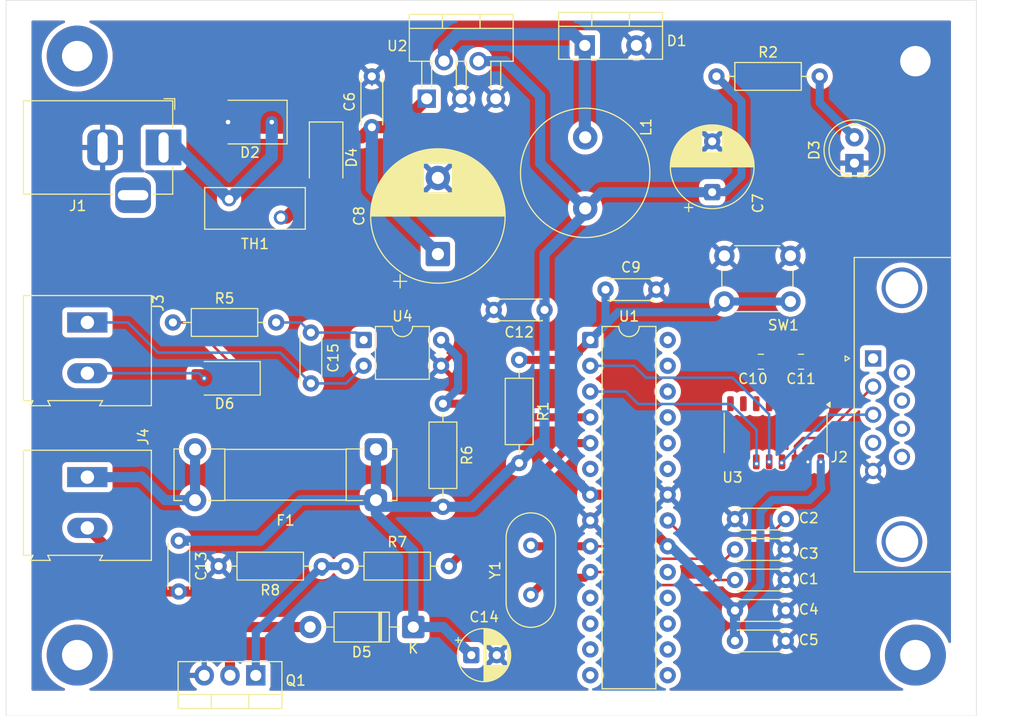
<source format=kicad_pcb>
(kicad_pcb (version 20241229) (generator "pcbnew") (generator_version "9.0")
  (layers (0 "F.Cu" signal) (2 "B.Cu" signal) (13 "F.Paste" user) (15 "B.Paste" user) (5 "F.SilkS" user "F.Silkscreen") (7 "B.SilkS" user "B.Silkscreen") (1 "F.Mask" user) (3 "B.Mask" user) (25 "Edge.Cuts" user))
  (net 0 "")
  (net 1 "Earth")
  (net 2 "Net-(U1-XTAL2{slash}PB7)")
  (net 3 "Net-(U1-AREF)")
  (net 4 "Net-(U1-XTAL1{slash}PB6)")
  (net 5 "+5V")
  (net 6 "Net-(D4-K)")
  (net 7 "Net-(U1-~{RESET}{slash}PC6)")
  (net 8 "Net-(U3-C2-)")
  (net 9 "Net-(U3-C2+)")
  (net 10 "Net-(U3-C1-)")
  (net 11 "Net-(U3-C1+)")
  (net 12 "Net-(D5-A)")
  (net 13 "Net-(C15-Pad1)")
  (net 14 "Net-(J3-Pin_1)")
  (net 15 "Net-(D1-K)")
  (net 16 "Net-(D2-K)")
  (net 17 "Net-(D3-A)")
  (net 18 "Net-(D4-A)")
  (net 19 "Net-(D6-K)")
  (net 20 "Net-(D6-A)")
  (net 21 "Net-(J4-Pin_1)")
  (net 24 "Net-(U3-R1IN)")
  (net 26 "Net-(U3-T1OUT)")
  (net 30 "Net-(Q1-G)")
  (net 31 "/trig_in")
  (net 32 "/motor_out")
  (net 47 "Net-(U1-PD0)")
  (net 50 "Net-(U1-PD1)")
  (footprint "Package_SO:JEITA_SOIC-16_3.9x9.9mm_P1.27mm" (layer "F.Cu") (at 154.2412 61.102 -90)
    (property "Reference" "U3" (at 4.398 4.2412 180) (layer "F.SilkS"))
    (property "Value" "MAX3232")
    (pad "1" smd roundrect (at -2.8625 -4.445 270) (size 1.475 0.65) (layers "F.Cu" "F.Mask" "F.Paste") (net 11 "Net-(U3-C1+)"))
    (pad "2" smd roundrect (at -2.8625 -3.175 270) (size 1.475 0.65) (layers "F.Cu" "F.Mask" "F.Paste"))
    (pad "3" smd roundrect (at -2.8625 -1.905 270) (size 1.475 0.65) (layers "F.Cu" "F.Mask" "F.Paste") (net 10 "Net-(U3-C1-)"))
    (pad "4" smd roundrect (at -2.8625 -0.635 270) (size 1.475 0.65) (layers "F.Cu" "F.Mask" "F.Paste") (net 9 "Net-(U3-C2+)"))
    (pad "5" smd roundrect (at -2.8625 0.635 270) (size 1.475 0.65) (layers "F.Cu" "F.Mask" "F.Paste") (net 8 "Net-(U3-C2-)"))
    (pad "6" smd roundrect (at -2.8625 1.905 270) (size 1.475 0.65) (layers "F.Cu" "F.Mask" "F.Paste"))
    (pad "7" smd roundrect (at -2.8625 3.175 270) (size 1.475 0.65) (layers "F.Cu" "F.Mask" "F.Paste"))
    (pad "8" smd roundrect (at -2.8625 4.445 270) (size 1.475 0.65) (layers "F.Cu" "F.Mask" "F.Paste"))
    (pad "9" smd roundrect (at 2.8625 4.445 270) (size 1.475 0.65) (layers "F.Cu" "F.Mask" "F.Paste"))
    (pad "10" smd roundrect (at 2.8625 3.175 270) (size 1.475 0.65) (layers "F.Cu" "F.Mask" "F.Paste"))
    (pad "11" smd roundrect (at 2.8625 1.905 270) (size 1.475 0.65) (layers "F.Cu" "F.Mask" "F.Paste") (net 50 "Net-(U1-PD1)"))
    (pad "12" smd roundrect (at 2.8625 0.635 270) (size 1.475 0.65) (layers "F.Cu" "F.Mask" "F.Paste") (net 47 "Net-(U1-PD0)"))
    (pad "13" smd roundrect (at 2.8625 -0.635 270) (size 1.475 0.65) (layers "F.Cu" "F.Mask" "F.Paste") (net 24 "Net-(U3-R1IN)"))
    (pad "14" smd roundrect (at 2.8625 -1.905 270) (size 1.475 0.65) (layers "F.Cu" "F.Mask" "F.Paste") (net 26 "Net-(U3-T1OUT)"))
    (pad "15" smd roundrect (at 2.8625 -3.175 270) (size 1.475 0.65) (layers "F.Cu" "F.Mask" "F.Paste") (net 1 "Earth"))
    (pad "16" smd roundrect (at 2.8625 -4.445 270) (size 1.475 0.65) (layers "F.Cu" "F.Mask" "F.Paste") (net 5 "+5V"))
  )
  (footprint "Connector_BarrelJack:BarrelJack_Horizontal" (layer "F.Cu") (at 94 33)
    (property "Reference" "J1" (at -8.45 5.75 0) (layer "F.SilkS"))
    (property "Value" "Jack-DC")
    (pad "1" thru_hole rect (at 0 0) (size 3.5 3.5) (drill oval 1 3) (layers "*.Cu" "*.Mask") (net 16 "Net-(D2-K)"))
    (pad "2" thru_hole roundrect (at -6 0) (size 3 3.5) (drill oval 1 3) (layers "*.Cu" "*.Mask") (net 1 "Earth"))
    (pad "3" thru_hole roundrect (at -3 4.7) (size 3.5 3.5) (drill oval 3 1) (layers "*.Cu" "*.Mask"))
  )
  (footprint "Package_TO_SOT_THT:TO-220-2_Vertical" (layer "F.Cu") (at 135.46 22.95)
    (property "Reference" "D1" (at 9.04 -0.45 0) (layer "F.SilkS"))
    (property "Value" "1n5824")
    (pad "1" thru_hole rect (at 0 0) (size 2 2) (drill 1.1) (layers "*.Cu" "*.Mask") (net 15 "Net-(D1-K)"))
    (pad "2" thru_hole circle (at 5.08 0) (size 2 2) (drill 1.1) (layers "*.Cu" "*.Mask") (net 1 "Earth"))
  )
  (footprint "Resistor_THT:R_Axial_DIN0207_L6.3mm_D2.5mm_P10.16mm_Horizontal" (layer "F.Cu") (at 94.92 50.235)
    (property "Reference" "R5" (at 5.08 -2.37 0) (layer "F.SilkS"))
    (property "Value" "4k7")
    (pad "1" thru_hole circle (at 0 0) (size 1.6 1.6) (drill 0.8) (layers "*.Cu" "*.Mask") (net 19 "Net-(D6-K)"))
    (pad "2" thru_hole circle (at 10.16 0) (size 1.6 1.6) (drill 0.8) (layers "*.Cu" "*.Mask") (net 13 "Net-(C15-Pad1)"))
  )
  (footprint "Capacitor_SMD:C_0805_2012Metric" (layer "F.Cu") (at 156.7412 54.102 180)
    (property "Reference" "C11" (at 0 -1.68 0) (layer "F.SilkS"))
    (property "Value" "1uF/10V")
    (pad "1" smd roundrect (at -0.95 0 180) (size 1 1.45) (layers "F.Cu" "F.Mask" "F.Paste") (net 11 "Net-(U3-C1+)"))
    (pad "2" smd roundrect (at 0.95 0 180) (size 1 1.45) (layers "F.Cu" "F.Mask" "F.Paste") (net 10 "Net-(U3-C1-)"))
  )
  (footprint "Package_DIP:DIP-4_W7.62mm" (layer "F.Cu") (at 113.695 51.96)
    (property "Reference" "U4" (at 3.81 -2.33 0) (layer "F.SilkS"))
    (property "Value" "PC817")
    (pad "1" thru_hole roundrect (at 0 0) (size 1.6 1.6) (drill 0.8) (layers "*.Cu" "*.Mask") (roundrect_rratio 0.15625) (net 13 "Net-(C15-Pad1)"))
    (pad "2" thru_hole circle (at 0 2.54) (size 1.6 1.6) (drill 0.8) (layers "*.Cu" "*.Mask") (net 14 "Net-(J3-Pin_1)"))
    (pad "3" thru_hole circle (at 7.62 2.54) (size 1.6 1.6) (drill 0.8) (layers "*.Cu" "*.Mask") (net 1 "Earth"))
    (pad "4" thru_hole circle (at 7.62 0) (size 1.6 1.6) (drill 0.8) (layers "*.Cu" "*.Mask") (net 31 "/trig_in"))
  )
  (footprint "Capacitor_THT:C_Disc_D4.3mm_W1.9mm_P5.00mm" (layer "F.Cu") (at 150.2412 72.602)
    (property "Reference" "C3" (at 7.2588 0.398 0) (layer "F.SilkS"))
    (property "Value" "22pF")
    (pad "1" thru_hole circle (at 0 0) (size 1.6 1.6) (drill 0.8) (layers "*.Cu" "*.Mask") (net 4 "Net-(U1-XTAL1{slash}PB6)"))
    (pad "2" thru_hole circle (at 5 0) (size 1.6 1.6) (drill 0.8) (layers "*.Cu" "*.Mask") (net 1 "Earth"))
  )
  (footprint "Resistor_THT:R_Axial_DIN0207_L6.3mm_D2.5mm_P10.16mm_Horizontal" (layer "F.Cu") (at 121.5 58.235 -90)
    (property "Reference" "R6" (at 5.08 -2.37 90) (layer "F.SilkS"))
    (property "Value" "10k")
    (pad "1" thru_hole circle (at 0 0 270) (size 1.6 1.6) (drill 0.8) (layers "*.Cu" "*.Mask") (net 31 "/trig_in"))
    (pad "2" thru_hole circle (at 10.16 0 270) (size 1.6 1.6) (drill 0.8) (layers "*.Cu" "*.Mask") (net 5 "+5V"))
  )
  (footprint "Capacitor_THT:C_Disc_D4.3mm_W1.9mm_P5.00mm" (layer "F.Cu") (at 95.5 71.735 -90)
    (property "Reference" "C13" (at 2.5 -2.2 90) (layer "F.SilkS"))
    (property "Value" "100nF")
    (pad "1" thru_hole circle (at 0 0 270) (size 1.6 1.6) (drill 0.8) (layers "*.Cu" "*.Mask") (net 5 "+5V"))
    (pad "2" thru_hole circle (at 5 0 270) (size 1.6 1.6) (drill 0.8) (layers "*.Cu" "*.Mask") (net 12 "Net-(D5-A)"))
  )
  (footprint "Capacitor_SMD:C_0805_2012Metric" (layer "F.Cu") (at 152.7912 54.102 180)
    (property "Reference" "C10" (at 0.7912 -1.68 0) (layer "F.SilkS"))
    (property "Value" "1uF/10V")
    (pad "1" smd roundrect (at -0.95 0 180) (size 1 1.45) (layers "F.Cu" "F.Mask" "F.Paste") (net 9 "Net-(U3-C2+)"))
    (pad "2" smd roundrect (at 0.95 0 180) (size 1 1.45) (layers "F.Cu" "F.Mask" "F.Paste") (net 8 "Net-(U3-C2-)"))
  )
  (footprint "Capacitor_THT:C_Disc_D4.3mm_W1.9mm_P5.00mm" (layer "F.Cu") (at 150.2412 78.602)
    (property "Reference" "C4" (at 7.2588 -0.102 0) (layer "F.SilkS"))
    (property "Value" "100nF")
    (pad "1" thru_hole circle (at 0 0) (size 1.6 1.6) (drill 0.8) (layers "*.Cu" "*.Mask") (net 5 "+5V"))
    (pad "2" thru_hole circle (at 5 0) (size 1.6 1.6) (drill 0.8) (layers "*.Cu" "*.Mask") (net 1 "Earth"))
  )
  (footprint "TerminalBlock:TerminalBlock_Altech_AK300-2_P5.00mm" (layer "F.Cu") (at 86.5 50.235 -90)
    (property "Reference" "J3" (at -1.92 -6.99 90) (layer "F.SilkS"))
    (property "Value" "Screw_Terminal_01x02")
    (pad "1" thru_hole rect (at 0 0 270) (size 1.98 3.96) (drill 1.32) (layers "*.Cu" "*.Mask") (net 14 "Net-(J3-Pin_1)"))
    (pad "2" thru_hole oval (at 5 0 270) (size 1.98 3.96) (drill 1.32) (layers "*.Cu" "*.Mask") (net 20 "Net-(D6-A)"))
  )
  (footprint "Capacitor_THT:C_Disc_D4.3mm_W1.9mm_P5.00mm" (layer "F.Cu") (at 150.2412 81.602)
    (property "Reference" "C5" (at 7.2588 -0.102 0) (layer "F.SilkS"))
    (property "Value" "100nF" (hide yes))
    (pad "1" thru_hole circle (at 0 0) (size 1.6 1.6) (drill 0.8) (layers "*.Cu" "*.Mask") (net 5 "+5V"))
    (pad "2" thru_hole circle (at 5 0) (size 1.6 1.6) (drill 0.8) (layers "*.Cu" "*.Mask") (net 1 "Earth"))
  )
  (footprint "Capacitor_THT:C_Disc_D4.3mm_W1.9mm_P5.00mm" (layer "F.Cu") (at 131.5 49 180)
    (property "Reference" "C12" (at 2.5 -2.2 0) (layer "F.SilkS"))
    (property "Value" "100nF")
    (pad "1" thru_hole circle (at 0 0 180) (size 1.6 1.6) (drill 0.8) (layers "*.Cu" "*.Mask") (net 5 "+5V"))
    (pad "2" thru_hole circle (at 5 0 180) (size 1.6 1.6) (drill 0.8) (layers "*.Cu" "*.Mask") (net 1 "Earth"))
  )
  (footprint "Resistor_THT:R_Axial_DIN0207_L6.3mm_D2.5mm_P10.16mm_Horizontal" (layer "F.Cu") (at 111.92 74.235)
    (property "Reference" "R7" (at 5.08 -2.37 0) (layer "F.SilkS"))
    (property "Value" "100")
    (pad "1" thru_hole circle (at 0 0) (size 1.6 1.6) (drill 0.8) (layers "*.Cu" "*.Mask") (net 30 "Net-(Q1-G)"))
    (pad "2" thru_hole circle (at 10.16 0) (size 1.6 1.6) (drill 0.8) (layers "*.Cu" "*.Mask") (net 32 "/motor_out"))
  )
  (footprint "Connector_Dsub:DSUB-9_Socket_Horizontal_P2.77x2.84mm_EdgePinOffset4.94mm_Housed_MountingHolesOffset4.94mm" (layer "F.Cu") (at 163.8364 53.7808 90)
    (property "Reference" "J2" (at -9.7192 -3.3364 0) (layer "F.SilkS"))
    (property "Value" "DE9_Socket")
    (pad "0" thru_hole circle (at -18.04 2.84 90) (size 4 4) (drill 3.2) (layers "*.Cu" "*.Mask"))
    (pad "0" thru_hole circle (at 6.96 2.84 90) (size 4 4) (drill 3.2) (layers "*.Cu" "*.Mask"))
    (pad "1" thru_hole rect (at 0 0 90) (size 1.6 1.6) (drill 1) (layers "*.Cu" "*.Mask"))
    (pad "2" thru_hole circle (at -2.77 0 90) (size 1.6 1.6) (drill 1) (layers "*.Cu" "*.Mask") (net 26 "Net-(U3-T1OUT)"))
    (pad "3" thru_hole circle (at -5.54 0 90) (size 1.6 1.6) (drill 1) (layers "*.Cu" "*.Mask") (net 24 "Net-(U3-R1IN)"))
    (pad "4" thru_hole circle (at -8.31 0 90) (size 1.6 1.6) (drill 1) (layers "*.Cu" "*.Mask"))
    (pad "5" thru_hole circle (at -11.08 0 90) (size 1.6 1.6) (drill 1) (layers "*.Cu" "*.Mask") (net 1 "Earth"))
    (pad "6" thru_hole circle (at -1.385 2.84 90) (size 1.6 1.6) (drill 1) (layers "*.Cu" "*.Mask"))
    (pad "7" thru_hole circle (at -4.155 2.84 90) (size 1.6 1.6) (drill 1) (layers "*.Cu" "*.Mask"))
    (pad "8" thru_hole circle (at -6.925 2.84 90) (size 1.6 1.6) (drill 1) (layers "*.Cu" "*.Mask"))
    (pad "9" thru_hole circle (at -9.695 2.84 90) (size 1.6 1.6) (drill 1) (layers "*.Cu" "*.Mask"))
  )
  (footprint "Inductor_THT:L_Radial_D12.5mm_P7.00mm_Fastron_09HCP" (layer "F.Cu") (at 135.5 32 -90)
    (property "Reference" "L1" (at -1 -6 90) (layer "F.SilkS"))
    (property "Value" "33uH")
    (pad "1" thru_hole circle (at 0 0 270) (size 2.4 2.4) (drill 1.2) (layers "*.Cu" "*.Mask") (net 15 "Net-(D1-K)"))
    (pad "2" thru_hole circle (at 7 0 270) (size 2.4 2.4) (drill 1.2) (layers "*.Cu" "*.Mask") (net 5 "+5V"))
  )
  (footprint "Fuse:Fuseholder_Clip-5x20mm_Bel_FC-203-22_Lateral_P17.80x5.00mm_D1.17mm_Horizontal" (layer "F.Cu") (at 114.9 67.735 180)
    (property "Reference" "F1" (at 8.9 -2 0) (layer "F.SilkS"))
    (property "Value" "2A")
    (pad "1" thru_hole roundrect (at 0 0 180) (size 2.2 2.2) (drill 1.17) (layers "*.Cu" "*.Mask") (net 5 "+5V"))
    (pad "1" thru_hole roundrect (at 0 5 180) (size 2.2 2.2) (drill 1.17) (layers "*.Cu" "*.Mask") (net 5 "+5V"))
    (pad "2" thru_hole circle (at 17.8 0 180) (size 2.2 2.2) (drill 1.17) (layers "*.Cu" "*.Mask") (net 21 "Net-(J4-Pin_1)"))
    (pad "2" thru_hole circle (at 17.8 5 180) (size 2.2 2.2) (drill 1.17) (layers "*.Cu" "*.Mask") (net 21 "Net-(J4-Pin_1)"))
  )
  (footprint "Capacitor_THT:C_Disc_D4.3mm_W1.9mm_P5.00mm" (layer "F.Cu") (at 137.5 47)
    (property "Reference" "C9" (at 2.5 -2.2 0) (layer "F.SilkS"))
    (property "Value" "100nF")
    (pad "1" thru_hole circle (at 0 0) (size 1.6 1.6) (drill 0.8) (layers "*.Cu" "*.Mask") (net 7 "Net-(U1-~{RESET}{slash}PC6)"))
    (pad "2" thru_hole circle (at 5 0) (size 1.6 1.6) (drill 0.8) (layers "*.Cu" "*.Mask") (net 1 "Earth"))
  )
  (footprint "Fuse:Fuse_BelFuse_0ZRE0025FF_L9.6mm_W3.8mm" (layer "F.Cu") (at 100.45 38.1)
    (property "Reference" "TH1" (at 2.55 4.4 0) (layer "F.SilkS"))
    (property "Value" "Thermistor_PTC")
    (pad "1" thru_hole circle (at 0 0) (size 1.4 1.4) (drill 0.85) (layers "*.Cu" "*.Mask") (net 16 "Net-(D2-K)"))
    (pad "2" thru_hole circle (at 5.1 1.8) (size 1.4 1.4) (drill 0.85) (layers "*.Cu" "*.Mask") (net 18 "Net-(D4-A)"))
  )
  (footprint "Diode_SMD:D_SMA" (layer "F.Cu") (at 110 34 -90)
    (property "Reference" "D4" (at 0 -2.5 90) (layer "F.SilkS"))
    (property "Value" "SS34")
    (pad "1" smd roundrect (at -2 0 270) (size 2.5 1.8) (layers "F.Cu" "F.Mask" "F.Paste") (roundrect_rratio 0.1388888889) (net 6 "Net-(D4-K)"))
    (pad "2" smd roundrect (at 2 0 270) (size 2.5 1.8) (layers "F.Cu" "F.Mask" "F.Paste") (roundrect_rratio 0.1388888889) (net 18 "Net-(D4-A)"))
  )
  (footprint "Package_TO_SOT_THT:TO-220-3_Vertical" (layer "F.Cu") (at 103.08 85 180)
    (property "Reference" "Q1" (at -3.92 -0.5 0) (layer "F.SilkS"))
    (property "Value" "IRLZ44N")
    (pad "1" thru_hole rect (at 0 0 180) (size 1.905 2) (drill 1.1) (layers "*.Cu" "*.Mask") (net 30 "Net-(Q1-G)"))
    (pad "2" thru_hole oval (at 2.54 0 180) (size 1.905 2) (drill 1.1) (layers "*.Cu" "*.Mask") (net 12 "Net-(D5-A)"))
    (pad "3" thru_hole oval (at 5.08 0 180) (size 1.905 2) (drill 1.1) (layers "*.Cu" "*.Mask") (net 1 "Earth"))
  )
  (footprint "Diode_SMD:D_SMA" (layer "F.Cu") (at 100 55.735 180)
    (property "Reference" "D6" (at 0 -2.5 0) (layer "F.SilkS"))
    (property "Value" "SS34")
    (pad "1" smd roundrect (at -2 0 180) (size 2.5 1.8) (layers "F.Cu" "F.Mask" "F.Paste") (roundrect_rratio 0.1388888889) (net 19 "Net-(D6-K)"))
    (pad "2" smd roundrect (at 2 0 180) (size 2.5 1.8) (layers "F.Cu" "F.Mask" "F.Paste") (roundrect_rratio 0.1388888889) (net 20 "Net-(D6-A)"))
  )
  (footprint "Diode_SMD:D_SMB" (layer "F.Cu") (at 102.5 30.5 180)
    (property "Reference" "D2" (at 0 -3 0) (layer "F.SilkS"))
    (property "Value" "SMBJ33A")
    (pad "1" smd roundrect (at -2.15 0 180) (size 2.5 2.3) (layers "F.Cu" "F.Mask" "F.Paste") (roundrect_rratio 0.1086956522) (net 16 "Net-(D2-K)"))
    (pad "2" smd roundrect (at 2.15 0 180) (size 2.5 2.3) (layers "F.Cu" "F.Mask" "F.Paste") (roundrect_rratio 0.1086956522) (net 1 "Earth"))
  )
  (footprint "Capacitor_THT:C_Disc_D4.3mm_W1.9mm_P5.00mm" (layer "F.Cu") (at 114.5 31 90)
    (property "Reference" "C6" (at 2.5 -2.2 90) (layer "F.SilkS"))
    (property "Value" "100nF")
    (pad "1" thru_hole circle (at 0 0 90) (size 1.6 1.6) (drill 0.8) (layers "*.Cu" "*.Mask") (net 6 "Net-(D4-K)"))
    (pad "2" thru_hole circle (at 5 0 90) (size 1.6 1.6) (drill 0.8) (layers "*.Cu" "*.Mask") (net 1 "Earth"))
  )
  (footprint "Diode_THT:D_DO-41_SOD81_P10.16mm_Horizontal" (layer "F.Cu") (at 118.58 80.235 180)
    (property "Reference" "D5" (at 5.08 -2.47 0) (layer "F.SilkS"))
    (property "Value" "1N5819")
    (fp_text user "K" (at 0 -2.1 0) (layer "F.SilkS"))
    (pad "1" thru_hole roundrect (at 0 0 180) (size 2.2 2.2) (drill 1.1) (layers "*.Cu" "*.Mask") (roundrect_rratio 0.113636) (net 5 "+5V"))
    (pad "2" thru_hole circle (at 10.16 0 180) (size 2.2 2.2) (drill 1.1) (layers "*.Cu" "*.Mask") (net 12 "Net-(D5-A)"))
  )
  (footprint "Capacitor_THT:C_Disc_D4.3mm_W1.9mm_P5.00mm" (layer "F.Cu") (at 155.2412 69.602 180)
    (property "Reference" "C2" (at -2.2588 0.102 0) (layer "F.SilkS"))
    (property "Value" "100nF")
    (pad "1" thru_hole circle (at 0 0 180) (size 1.6 1.6) (drill 0.8) (layers "*.Cu" "*.Mask") (net 3 "Net-(U1-AREF)"))
    (pad "2" thru_hole circle (at 5 0 180) (size 1.6 1.6) (drill 0.8) (layers "*.Cu" "*.Mask") (net 1 "Earth"))
  )
  (footprint "Capacitor_THT:CP_Radial_D13.0mm_P7.50mm" (layer "F.Cu") (at 121 43.5 90)
    (property "Reference" "C8" (at 3.75 -7.75 90) (layer "F.SilkS"))
    (property "Value" "680uF")
    (pad "1" thru_hole roundrect (at 0 0 90) (size 2.4 2.4) (drill 1.2) (layers "*.Cu" "*.Mask") (roundrect_rratio 0.104167) (net 6 "Net-(D4-K)"))
    (pad "2" thru_hole circle (at 7.5 0 90) (size 2.4 2.4) (drill 1.2) (layers "*.Cu" "*.Mask") (net 1 "Earth"))
  )
  (footprint "Capacitor_THT:CP_Radial_D8.0mm_P5.00mm" (layer "F.Cu") (at 148 37.402651 90)
    (property "Reference" "C7" (at -1.097349 4.5 90) (layer "F.SilkS"))
    (property "Value" "220uF/16V")
    (pad "1" thru_hole roundrect (at 0 0 90) (size 1.6 1.6) (drill 0.8) (layers "*.Cu" "*.Mask") (roundrect_rratio 0.15625) (net 5 "+5V"))
    (pad "2" thru_hole circle (at 5 0 90) (size 1.6 1.6) (drill 0.8) (layers "*.Cu" "*.Mask") (net 1 "Earth"))
  )
  (footprint "Package_DIP:DIP-28_W7.62mm" (layer "F.Cu") (at 136 51.96)
    (property "Reference" "U1" (at 3.81 -2.33 0) (layer "F.SilkS"))
    (property "Value" "ATmega328-P")
    (pad "1" thru_hole roundrect (at 0 0) (size 1.6 1.6) (drill 0.8) (layers "*.Cu" "*.Mask") (roundrect_rratio 0.15625) (net 7 "Net-(U1-~{RESET}{slash}PC6)"))
    (pad "2" thru_hole circle (at 0 2.54) (size 1.6 1.6) (drill 0.8) (layers "*.Cu" "*.Mask") (net 47 "Net-(U1-PD0)"))
    (pad "3" thru_hole circle (at 0 5.08) (size 1.6 1.6) (drill 0.8) (layers "*.Cu" "*.Mask") (net 50 "Net-(U1-PD1)"))
    (pad "4" thru_hole circle (at 0 7.62) (size 1.6 1.6) (drill 0.8) (layers "*.Cu" "*.Mask") (net 31 "/trig_in"))
    (pad "5" thru_hole circle (at 0 10.16) (size 1.6 1.6) (drill 0.8) (layers "*.Cu" "*.Mask") (net 32 "/motor_out"))
    (pad "6" thru_hole circle (at 0 12.7) (size 1.6 1.6) (drill 0.8) (layers "*.Cu" "*.Mask"))
    (pad "7" thru_hole circle (at 0 15.24) (size 1.6 1.6) (drill 0.8) (layers "*.Cu" "*.Mask") (net 5 "+5V"))
    (pad "8" thru_hole circle (at 0 17.78) (size 1.6 1.6) (drill 0.8) (layers "*.Cu" "*.Mask") (net 1 "Earth"))
    (pad "9" thru_hole circle (at 0 20.32) (size 1.6 1.6) (drill 0.8) (layers "*.Cu" "*.Mask") (net 4 "Net-(U1-XTAL1{slash}PB6)"))
    (pad "10" thru_hole circle (at 0 22.86) (size 1.6 1.6) (drill 0.8) (layers "*.Cu" "*.Mask") (net 2 "Net-(U1-XTAL2{slash}PB7)"))
    (pad "11" thru_hole circle (at 0 25.4) (size 1.6 1.6) (drill 0.8) (layers "*.Cu" "*.Mask"))
    (pad "12" thru_hole circle (at 0 27.94) (size 1.6 1.6) (drill 0.8) (layers "*.Cu" "*.Mask"))
    (pad "13" thru_hole circle (at 0 30.48) (size 1.6 1.6) (drill 0.8) (layers "*.Cu" "*.Mask"))
    (pad "14" thru_hole circle (at 0 33.02) (size 1.6 1.6) (drill 0.8) (layers "*.Cu" "*.Mask"))
    (pad "15" thru_hole circle (at 7.62 33.02) (size 1.6 1.6) (drill 0.8) (layers "*.Cu" "*.Mask"))
    (pad "16" thru_hole circle (at 7.62 30.48) (size 1.6 1.6) (drill 0.8) (layers "*.Cu" "*.Mask"))
    (pad "17" thru_hole circle (at 7.62 27.94) (size 1.6 1.6) (drill 0.8) (layers "*.Cu" "*.Mask"))
    (pad "18" thru_hole circle (at 7.62 25.4) (size 1.6 1.6) (drill 0.8) (layers "*.Cu" "*.Mask"))
    (pad "19" thru_hole circle (at 7.62 22.86) (size 1.6 1.6) (drill 0.8) (layers "*.Cu" "*.Mask"))
    (pad "20" thru_hole circle (at 7.62 20.32) (size 1.6 1.6) (drill 0.8) (layers "*.Cu" "*.Mask") (net 5 "+5V"))
    (pad "21" thru_hole circle (at 7.62 17.78) (size 1.6 1.6) (drill 0.8) (layers "*.Cu" "*.Mask") (net 3 "Net-(U1-AREF)"))
    (pad "22" thru_hole circle (at 7.62 15.24) (size 1.6 1.6) (drill 0.8) (layers "*.Cu" "*.Mask") (net 1 "Earth"))
    (pad "23" thru_hole circle (at 7.62 12.7) (size 1.6 1.6) (drill 0.8) (layers "*.Cu" "*.Mask"))
    (pad "24" thru_hole circle (at 7.62 10.16) (size 1.6 1.6) (drill 0.8) (layers "*.Cu" "*.Mask"))
    (pad "25" thru_hole circle (at 7.62 7.62) (size 1.6 1.6) (drill 0.8) (layers "*.Cu" "*.Mask"))
    (pad "26" thru_hole circle (at 7.62 5.08) (size 1.6 1.6) (drill 0.8) (layers "*.Cu" "*.Mask"))
    (pad "27" thru_hole circle (at 7.62 2.54) (size 1.6 1.6) (drill 0.8) (layers "*.Cu" "*.Mask"))
    (pad "28" thru_hole circle (at 7.62 0) (size 1.6 1.6) (drill 0.8) (layers "*.Cu" "*.Mask"))
  )
  (footprint "Resistor_THT:R_Axial_DIN0207_L6.3mm_D2.5mm_P10.16mm_Horizontal" (layer "F.Cu") (at 109.58 74.235 180)
    (property "Reference" "R8" (at 5.08 -2.37 0) (layer "F.SilkS"))
    (property "Value" "10k")
    (pad "1" thru_hole circle (at 0 0 180) (size 1.6 1.6) (drill 0.8) (layers "*.Cu" "*.Mask") (net 30 "Net-(Q1-G)"))
    (pad "2" thru_hole circle (at 10.16 0 180) (size 1.6 1.6) (drill 0.8) (layers "*.Cu" "*.Mask") (net 1 "Earth"))
  )
  (footprint "Resistor_THT:R_Axial_DIN0207_L6.3mm_D2.5mm_P10.16mm_Horizontal" (layer "F.Cu") (at 129 53.92 -90)
    (property "Reference" "R1" (at 5.08 -2.37 90) (layer "F.SilkS"))
    (property "Value" "10K")
    (pad "1" thru_hole circle (at 0 0 270) (size 1.6 1.6) (drill 0.8) (layers "*.Cu" "*.Mask") (net 7 "Net-(U1-~{RESET}{slash}PC6)"))
    (pad "2" thru_hole circle (at 10.16 0 270) (size 1.6 1.6) (drill 0.8) (layers "*.Cu" "*.Mask") (net 5 "+5V"))
  )
  (footprint "TerminalBlock:TerminalBlock_Altech_AK300-2_P5.00mm" (layer "F.Cu") (at 86.5 65.47 -90)
    (property "Reference" "J4" (at -3.97 -5.5 90) (layer "F.SilkS"))
    (property "Value" "Screw_Terminal_01x02")
    (pad "1" thru_hole rect (at 0 0 270) (size 1.98 3.96) (drill 1.32) (layers "*.Cu" "*.Mask") (net 21 "Net-(J4-Pin_1)"))
    (pad "2" thru_hole oval (at 5 0 270) (size 1.98 3.96) (drill 1.32) (layers "*.Cu" "*.Mask") (net 12 "Net-(D5-A)"))
  )
  (footprint "Package_TO_SOT_THT:TO-220-5_P3.4x3.7mm_StaggerOdd_Lead3.8mm_Vertical" (layer "F.Cu") (at 119.9 28.2)
    (property "Reference" "U2" (at -2.9 -5.2 0) (layer "F.SilkS"))
    (property "Value" "LM2596T-5")
    (pad "1" thru_hole rect (at 0 0) (size 1.8 1.8) (drill 1.1) (layers "*.Cu" "*.Mask") (net 6 "Net-(D4-K)"))
    (pad "2" thru_hole circle (at 1.7 -3.7) (size 1.8 1.8) (drill 1.1) (layers "*.Cu" "*.Mask") (net 15 "Net-(D1-K)"))
    (pad "3" thru_hole circle (at 3.4 0) (size 1.8 1.8) (drill 1.1) (layers "*.Cu" "*.Mask") (net 1 "Earth"))
    (pad "4" thru_hole circle (at 5.1 -3.7) (size 1.8 1.8) (drill 1.1) (layers "*.Cu" "*.Mask") (net 5 "+5V"))
    (pad "5" thru_hole circle (at 6.8 0) (size 1.8 1.8) (drill 1.1) (layers "*.Cu" "*.Mask") (net 1 "Earth"))
  )
  (footprint "Crystal:Crystal_HC49-4H_Vertical" (layer "F.Cu") (at 130.1496 77.0668 90)
    (property "Reference" "Y1" (at 2.44 -3.52 90) (layer "F.SilkS"))
    (property "Value" "16MHz")
    (pad "1" thru_hole circle (at 0 0 90) (size 1.5 1.5) (drill 0.8) (layers "*.Cu" "*.Mask") (net 2 "Net-(U1-XTAL2{slash}PB7)"))
    (pad "2" thru_hole circle (at 4.88 0 90) (size 1.5 1.5) (drill 0.8) (layers "*.Cu" "*.Mask") (net 4 "Net-(U1-XTAL1{slash}PB6)"))
  )
  (footprint "Capacitor_THT:C_Disc_D4.3mm_W1.9mm_P5.00mm" (layer "F.Cu") (at 150.2412 75.602)
    (property "Reference" "C1" (at 7.2588 -0.102 0) (layer "F.SilkS"))
    (property "Value" "22pF")
    (pad "1" thru_hole circle (at 0 0) (size 1.6 1.6) (drill 0.8) (layers "*.Cu" "*.Mask") (net 2 "Net-(U1-XTAL2{slash}PB7)"))
    (pad "2" thru_hole circle (at 5 0) (size 1.6 1.6) (drill 0.8) (layers "*.Cu" "*.Mask") (net 1 "Earth"))
  )
  (footprint "Capacitor_THT:CP_Radial_D5.0mm_P2.50mm" (layer "F.Cu") (at 124.294888 83)
    (property "Reference" "C14" (at 1.25 -3.75 0) (layer "F.SilkS"))
    (property "Value" "100uF")
    (pad "1" thru_hole roundrect (at 0 0) (size 1.6 1.6) (drill 0.8) (layers "*.Cu" "*.Mask") (roundrect_rratio 0.15625) (net 5 "+5V"))
    (pad "2" thru_hole circle (at 2.5 0) (size 1.6 1.6) (drill 0.8) (layers "*.Cu" "*.Mask") (net 1 "Earth"))
  )
  (footprint "Capacitor_THT:C_Disc_D4.3mm_W1.9mm_P5.00mm" (layer "F.Cu") (at 108.5 51.235 -90)
    (property "Reference" "C15" (at 2.5 -2.2 90) (layer "F.SilkS"))
    (property "Value" "100nF")
    (pad "1" thru_hole circle (at 0 0 270) (size 1.6 1.6) (drill 0.8) (layers "*.Cu" "*.Mask") (net 13 "Net-(C15-Pad1)"))
    (pad "2" thru_hole circle (at 5 0 270) (size 1.6 1.6) (drill 0.8) (layers "*.Cu" "*.Mask") (net 14 "Net-(J3-Pin_1)"))
  )
  (footprint "Resistor_THT:R_Axial_DIN0207_L6.3mm_D2.5mm_P10.16mm_Horizontal" (layer "F.Cu") (at 148.42 26)
    (property "Reference" "R2" (at 5.08 -2.37 0) (layer "F.SilkS"))
    (property "Value" "1k")
    (pad "1" thru_hole circle (at 0 0) (size 1.6 1.6) (drill 0.8) (layers "*.Cu" "*.Mask") (net 5 "+5V"))
    (pad "2" thru_hole circle (at 10.16 0) (size 1.6 1.6) (drill 0.8) (layers "*.Cu" "*.Mask") (net 17 "Net-(D3-A)"))
  )
  (footprint "Button_Switch_THT:SW_PUSH_6mm_H5mm" (layer "F.Cu") (at 155.7008 48.1732 180)
    (property "Reference" "SW1" (at 0.7008 -2.3268 0) (layer "F.SilkS"))
    (property "Value" "SW_Push")
    (pad "1" thru_hole circle (at 0 0 270) (size 2 2) (drill 1.1) (layers "*.Cu" "*.Mask") (net 7 "Net-(U1-~{RESET}{slash}PC6)"))
    (pad "1" thru_hole circle (at 6.5 0 270) (size 2 2) (drill 1.1) (layers "*.Cu" "*.Mask") (net 7 "Net-(U1-~{RESET}{slash}PC6)"))
    (pad "2" thru_hole circle (at 0 4.5 270) (size 2 2) (drill 1.1) (layers "*.Cu" "*.Mask") (net 1 "Earth"))
    (pad "2" thru_hole circle (at 6.5 4.5 270) (size 2 2) (drill 1.1) (layers "*.Cu" "*.Mask") (net 1 "Earth"))
  )
  (footprint "LED_THT:LED_D5.0mm" (layer "F.Cu") (at 162 34.54 90)
    (property "Reference" "D3" (at 1.27 -3.96 90) (layer "F.SilkS"))
    (property "Value" "LED")
    (pad "1" thru_hole rect (at 0 0 90) (size 1.8 1.8) (drill 0.9) (layers "*.Cu" "*.Mask") (net 1 "Earth"))
    (pad "2" thru_hole circle (at 2.54 0 90) (size 1.8 1.8) (drill 0.9) (layers "*.Cu" "*.Mask") (net 17 "Net-(D3-A)"))
  )
  (gr_rect (start 78.5 18.5) (end 174 89) (stroke (width 0.05)) (fill no) (layer "Edge.Cuts"))
  (via (at 85.5 24) (size 6) (drill 3) (layers "F.Cu" "B.Cu") (net 0))
  (via (at 85.5 83) (size 6) (drill 3) (layers "F.Cu" "B.Cu") (net 0))
  (via (at 168 83) (size 6) (drill 3) (layers "F.Cu" "B.Cu") (net 0))
  (segment (start 126.5 49) (end 126.5 49.315) (width 0.8) (layer "F.Cu") (net 1))
  (via (at 100.35 30.5) (size 0.9) (drill 0.45) (layers "F.Cu" "B.Cu") (net 1))
  (via (at 157.4162 63.9645) (size 0.6) (drill 0.3) (layers "F.Cu" "B.Cu") (net 1))
  (via (at 168 24.5) (size 6) (drill 3) (layers "F.Cu" "B.Cu") (net 1))
  (segment (start 114.5 26) (end 114.5 26.851) (width 0.2) (layer "B.Cu") (net 1))
  (segment (start 126.5 49) (end 126.5 49.315) (width 0.8) (layer "B.Cu") (net 1))
  (segment (start 134.2136 75.38) (end 131.8364 75.38) (width 0.8) (layer "F.Cu") (net 2))
  (segment (start 139.3952 76.0984) (end 147.7772 76.0984) (width 0.25) (layer "F.Cu") (net 2))
  (segment (start 148.2736 75.602) (end 150.2412 75.602) (width 0.25) (layer "F.Cu") (net 2))
  (segment (start 147.7772 76.0984) (end 148.2736 75.602) (width 0.25) (layer "F.Cu") (net 2))
  (segment (start 135.44 75.38) (end 136 74.82) (width 0.8) (layer "F.Cu") (net 2))
  (segment (start 138.1168 74.82) (end 139.3952 76.0984) (width 0.25) (layer "F.Cu") (net 2))
  (segment (start 136 74.82) (end 138.1168 74.82) (width 0.25) (layer "F.Cu") (net 2))
  (segment (start 134.2136 75.38) (end 135.44 75.38) (width 0.8) (layer "F.Cu") (net 2))
  (segment (start 131.8364 75.38) (end 130.1496 77.0668) (width 0.8) (layer "F.Cu") (net 2))
  (segment (start 145.1016 71.2216) (end 143.62 69.74) (width 0.25) (layer "F.Cu") (net 3))
  (segment (start 153.6216 71.2216) (end 145.1016 71.2216) (width 0.25) (layer "F.Cu") (net 3))
  (segment (start 155.2412 69.602) (end 153.6216 71.2216) (width 0.25) (layer "F.Cu") (net 3))
  (segment (start 136 72.28) (end 130.2428 72.28) (width 0.8) (layer "F.Cu") (net 4))
  (segment (start 130.2428 72.28) (end 130.1496 72.1868) (width 0.8) (layer "F.Cu") (net 4))
  (segment (start 139.8016 73.5076) (end 149.3356 73.5076) (width 0.25) (layer "F.Cu") (net 4))
  (segment (start 136 72.28) (end 138.574 72.28) (width 0.25) (layer "F.Cu") (net 4))
  (segment (start 149.3356 73.5076) (end 150.2412 72.602) (width 0.25) (layer "F.Cu") (net 4))
  (segment (start 138.574 72.28) (end 139.8016 73.5076) (width 0.25) (layer "F.Cu") (net 4))
  (segment (start 138.54 67.2) (end 143.62 72.28) (width 1) (layer "F.Cu") (net 5))
  (segment (start 136 67.2) (end 138.54 67.2) (width 1) (layer "F.Cu") (net 5))
  (via (at 158.6862 63.9645) (size 0.6) (drill 0.3) (layers "F.Cu" "B.Cu") (net 5))
  (segment (start 129 64.08) (end 128.706 64.08) (width 0.8) (layer "B.Cu") (net 5))
  (segment (start 115.56 68.395) (end 114.9 67.735) (width 1) (layer "B.Cu") (net 5))
  (segment (start 158.6862 66.4842) (end 158.6862 63.9645) (width 0.8) (layer "B.Cu") (net 5))
  (segment (start 148.42 26) (end 150.876 28.456) (width 0.8) (layer "B.Cu") (net 5))
  (segment (start 131.5 49) (end 131.5 62.23) (width 1) (layer "B.Cu") (net 5))
  (segment (start 150.2412 78.602) (end 152.7442 76.099) (width 0.8) (layer "B.Cu") (net 5))
  (segment (start 130.85 62.23) (end 129 64.08) (width 1) (layer "B.Cu") (net 5))
  (segment (start 114.9 69.053) (end 118.58 72.733) (width 1) (layer "B.Cu") (net 5))
  (segment (start 103.525 71.735) (end 95.5 71.735) (width 1) (layer "B.Cu") (net 5))
  (segment (start 131.5 62.23) (end 130.85 62.23) (width 1) (layer "B.Cu") (net 5))
  (segment (start 131.5 62.23) (end 131.5 62.7) (width 1) (layer "B.Cu") (net 5))
  (segment (start 152.7442 68.8962) (end 153.924 67.7164) (width 0.8) (layer "B.Cu") (net 5))
  (segment (start 118.58 72.733) (end 118.58 80.235) (width 1) (layer "B.Cu") (net 5))
  (segment (start 114.9 67.735) (end 114.9 62.735) (width 1) (layer "B.Cu") (net 5))
  (segment (start 125 24.5) (end 127.624 24.5) (width 1) (layer "B.Cu") (net 5))
  (segment (start 149.287349 37.402651) (end 148 37.402651) (width 0.8) (layer "B.Cu") (net 5))
  (segment (start 135.5 39.497) (end 131.5 43.497) (width 1) (layer "B.Cu") (net 5))
  (segment (start 114.9 67.735) (end 114.9 69.053) (width 1) (layer "B.Cu") (net 5))
  (segment (start 143.9192 72.28) (end 150.2412 78.602) (width 1) (layer "B.Cu") (net 5))
  (segment (start 131.064 27.94) (end 131.064 34.564) (width 1) (layer "B.Cu") (net 5))
  (segment (start 131.064 34.564) (end 135.5 39) (width 1) (layer "B.Cu") (net 5))
  (segment (start 121.5 68.395) (end 115.56 68.395) (width 1) (layer "B.Cu") (net 5))
  (segment (start 131.5 61.58) (end 131.5 62.7) (width 0.8) (layer "B.Cu") (net 5))
  (segment (start 137.097349 37.402651) (end 148 37.402651) (width 1) (layer "B.Cu") (net 5))
  (segment (start 121.529888 80.235) (end 124.294888 83) (width 1) (layer "B.Cu") (net 5))
  (segment (start 150.2412 81.602) (end 150.2412 78.602) (width 1) (layer "B.Cu") (net 5))
  (segment (start 127.624 24.5) (end 131.064 27.94) (width 1) (layer "B.Cu") (net 5))
  (segment (start 152.7442 76.099) (end 152.7442 68.8962) (width 0.8) (layer "B.Cu") (net 5))
  (segment (start 153.924 67.7164) (end 157.5816 67.7164) (width 0.8) (layer "B.Cu") (net 5))
  (segment (start 131.5 49) (end 131.5 61.58) (width 0.8) (layer "B.Cu") (net 5))
  (segment (start 131.5 43.497) (end 131.5 49) (width 1) (layer "B.Cu") (net 5))
  (segment (start 114.9 67.735) (end 107.525 67.735) (width 1) (layer "B.Cu") (net 5))
  (segment (start 131.5 61.58) (end 129 64.08) (width 0.8) (layer "B.Cu") (net 5))
  (segment (start 124.391 68.395) (end 121.5 68.395) (width 1) (layer "B.Cu") (net 5))
  (segment (start 128.3335 64.4525) (end 124.391 68.395) (width 1) (layer "B.Cu") (net 5))
  (segment (start 158.75 66.548) (end 158.6862 66.4842) (width 0.8) (layer "B.Cu") (net 5))
  (segment (start 118.58 80.235) (end 121.529888 80.235) (width 1) (layer "B.Cu") (net 5))
  (segment (start 128.706 64.08) (end 128.3335 64.4525) (width 0.8) (layer "B.Cu") (net 5))
  (segment (start 157.5816 67.7164) (end 158.75 66.548) (width 0.8) (layer "B.Cu") (net 5))
  (segment (start 150.876 28.456) (end 150.876 35.814) (width 0.8) (layer "B.Cu") (net 5))
  (segment (start 150.876 35.814) (end 149.287349 37.402651) (width 0.8) (layer "B.Cu") (net 5))
  (segment (start 135.5 39) (end 135.5 39.497) (width 1) (layer "B.Cu") (net 5))
  (segment (start 107.525 67.735) (end 103.525 71.735) (width 1) (layer "B.Cu") (net 5))
  (segment (start 143.62 72.28) (end 143.9192 72.28) (width 1) (layer "B.Cu") (net 5))
  (segment (start 135.5 39) (end 137.097349 37.402651) (width 1) (layer "B.Cu") (net 5))
  (segment (start 131.5 62.7) (end 136 67.2) (width 1) (layer "B.Cu") (net 5))
  (segment (start 114.5 31) (end 115 31) (width 0.2) (layer "F.Cu") (net 6))
  (segment (start 117.1 31) (end 119.9 28.2) (width 1.2) (layer "F.Cu") (net 6))
  (segment (start 114.5 31) (end 117.1 31) (width 1.2) (layer "F.Cu") (net 6))
  (segment (start 113.5 32) (end 114.5 31) (width 1.2) (layer "F.Cu") (net 6))
  (segment (start 110 32) (end 113.5 32) (width 1.2) (layer "F.Cu") (net 6))
  (segment (start 114.5 37) (end 121 43.5) (width 1.2) (layer "B.Cu") (net 6))
  (segment (start 114.5 31) (end 114.5 37) (width 1.2) (layer "B.Cu") (net 6))
  (segment (start 129 53.92) (end 134.04 53.92) (width 0.8) (layer "F.Cu") (net 7))
  (segment (start 134.04 53.92) (end 136 51.96) (width 0.8) (layer "F.Cu") (net 7))
  (segment (start 148.1488 49.2252) (end 138.7348 49.2252) (width 0.8) (layer "B.Cu") (net 7))
  (segment (start 129 53.92) (end 129.286 53.634) (width 0.8) (layer "B.Cu") (net 7))
  (segment (start 138.7348 49.2252) (end 136 51.96) (width 0.8) (layer "B.Cu") (net 7))
  (segment (start 137.5 50.46) (end 136 51.96) (width 0.8) (layer "B.Cu") (net 7))
  (segment (start 129.326 53.634) (end 129.413 53.721) (width 0.8) (layer "B.Cu") (net 7))
  (segment (start 137.5 47) (end 137.5 50.46) (width 0.8) (layer "B.Cu") (net 7))
  (segment (start 155.7008 48.1732) (end 149.2008 48.1732) (width 0.8) (layer "B.Cu") (net 7))
  (segment (start 149.2008 48.1732) (end 148.1488 49.2252) (width 0.8) (layer "B.Cu") (net 7))
  (segment (start 129.286 53.634) (end 129.326 53.634) (width 0.8) (layer "B.Cu") (net 7))
  (segment (start 153.6062 55.867) (end 151.8412 54.102) (width 0.25) (layer "F.Cu") (net 8))
  (segment (start 153.6062 58.2395) (end 153.6062 55.867) (width 0.25) (layer "F.Cu") (net 8))
  (segment (start 154.8762 58.2395) (end 154.8762 55.237) (width 0.25) (layer "F.Cu") (net 9))
  (segment (start 154.8762 55.237) (end 153.7412 54.102) (width 0.25) (layer "F.Cu") (net 9))
  (segment (start 156.1462 54.457) (end 155.7912 54.102) (width 0.25) (layer "F.Cu") (net 10))
  (segment (start 156.1462 58.2395) (end 156.1462 54.457) (width 0.25) (layer "F.Cu") (net 10))
  (segment (start 158.6862 58.2395) (end 158.6862 55.097) (width 0.25) (layer "F.Cu") (net 11))
  (segment (start 158.6862 55.097) (end 157.6912 54.102) (width 0.25) (layer "F.Cu") (net 11))
  (segment (start 95.5 76.735) (end 92.765 76.735) (width 1) (layer "F.Cu") (net 12))
  (segment (start 92.765 76.735) (end 86.5 70.47) (width 1) (layer "F.Cu") (net 12))
  (segment (start 101.229 80.235) (end 108.42 80.235) (width 1) (layer "F.Cu") (net 12))
  (segment (start 100.711 79.375) (end 100.54 79.546) (width 1) (layer "F.Cu") (net 12))
  (segment (start 100.54 79.546) (end 101.229 80.235) (width 1) (layer "F.Cu") (net 12))
  (segment (start 95.5 76.735) (end 98.071 76.735) (width 1) (layer "F.Cu") (net 12))
  (segment (start 98.071 76.735) (end 100.711 79.375) (width 1) (layer "F.Cu") (net 12))
  (segment (start 100.54 79.546) (end 100.54 85) (width 1) (layer "F.Cu") (net 12))
  (segment (start 105.08 50.235) (end 107.5 50.235) (width 0.25) (layer "B.Cu") (net 13))
  (segment (start 112.97 51.235) (end 113.695 51.96) (width 0.25) (layer "B.Cu") (net 13))
  (segment (start 108.5 51.235) (end 112.97 51.235) (width 0.25) (layer "B.Cu") (net 13))
  (segment (start 107.5 50.235) (end 108.5 51.235) (width 0.25) (layer "B.Cu") (net 13))
  (segment (start 93.472 53.213) (end 105.478 53.213) (width 0.25) (layer "B.Cu") (net 14))
  (segment (start 108.5 56.235) (end 111.96 56.235) (width 0.25) (layer "B.Cu") (net 14))
  (segment (start 111.96 56.235) (end 113.695 54.5) (width 0.25) (layer "B.Cu") (net 14))
  (segment (start 90.494 50.235) (end 93.472 53.213) (width 0.25) (layer "B.Cu") (net 14))
  (segment (start 105.478 53.213) (end 108.5 56.235) (width 0.25) (layer "B.Cu") (net 14))
  (segment (start 86.5 50.235) (end 90.494 50.235) (width 0.25) (layer "B.Cu") (net 14))
  (segment (start 122.936 21.844) (end 134.354 21.844) (width 1.2) (layer "B.Cu") (net 15))
  (segment (start 135.46 22.95) (end 135.46 31.96) (width 1.2) (layer "B.Cu") (net 15))
  (segment (start 121.6 23.18) (end 122.936 21.844) (width 1.2) (layer "B.Cu") (net 15))
  (segment (start 135.46 31.96) (end 135.5 32) (width 1.2) (layer "B.Cu") (net 15))
  (segment (start 121.6 24.5) (end 121.6 23.18) (width 1.2) (layer "B.Cu") (net 15))
  (segment (start 134.354 21.844) (end 135.46 22.95) (width 1.2) (layer "B.Cu") (net 15))
  (segment (start 100.45 38.1) (end 100.45 38.05) (width 0.2) (layer "F.Cu") (net 16))
  (via (at 104.65 30.5) (size 0.9) (drill 0.45) (layers "F.Cu" "B.Cu") (net 16))
  (segment (start 94 33) (end 95.35 33) (width 1.2) (layer "B.Cu") (net 16))
  (segment (start 104.65 30.5) (end 104.65 33.9) (width 1.2) (layer "B.Cu") (net 16))
  (segment (start 95.35 33) (end 100.45 38.1) (width 1.2) (layer "B.Cu") (net 16))
  (segment (start 104.65 33.9) (end 100.45 38.1) (width 1.2) (layer "B.Cu") (net 16))
  (segment (start 158.58 28.58) (end 162 32) (width 0.8) (layer "B.Cu") (net 17))
  (segment (start 158.58 26) (end 158.58 28.58) (width 0.8) (layer "B.Cu") (net 17))
  (segment (start 106.1 39.9) (end 110 36) (width 1.2) (layer "F.Cu") (net 18))
  (segment (start 105.55 39.9) (end 106.1 39.9) (width 1.2) (layer "F.Cu") (net 18))
  (segment (start 110 36) (end 109.45 36) (width 0.2) (layer "F.Cu") (net 18))
  (segment (start 102 55.645) (end 96.59 50.235) (width 0.25) (layer "F.Cu") (net 19))
  (segment (start 96.59 50.235) (end 94.92 50.235) (width 0.25) (layer "F.Cu") (net 19))
  (segment (start 102 55.735) (end 102 55.645) (width 0.25) (layer "F.Cu") (net 19))
  (via (at 98 55.735) (size 0.6) (drill 0.3) (layers "F.Cu" "B.Cu") (net 20))
  (segment (start 86.5 55.235) (end 97.5 55.235) (width 0.25) (layer "B.Cu") (net 20))
  (segment (start 97.5 55.235) (end 98 55.735) (width 0.25) (layer "B.Cu") (net 20))
  (segment (start 91.821 65.405) (end 91.756 65.47) (width 1) (layer "B.Cu") (net 21))
  (segment (start 97.1 67.735) (end 94.151 67.735) (width 1) (layer "B.Cu") (net 21))
  (segment (start 91.756 65.47) (end 86.5 65.47) (width 1) (layer "B.Cu") (net 21))
  (segment (start 94.151 67.735) (end 91.821 65.405) (width 1) (layer "B.Cu") (net 21))
  (segment (start 97.1 67.735) (end 97.1 62.735) (width 1) (layer "B.Cu") (net 21))
  (via (at 154.8384 64.0588) (size 0.6) (drill 0.3) (layers "F.Cu" "B.Cu") (net 24))
  (segment (start 159.5256 59.3208) (end 163.8364 59.3208) (width 0.25) (layer "B.Cu") (net 24))
  (segment (start 154.9908 63.9064) (end 154.9908 63.8556) (width 0.25) (layer "B.Cu") (net 24))
  (segment (start 154.9908 63.8556) (end 159.5256 59.3208) (width 0.25) (layer "B.Cu") (net 24))
  (segment (start 154.8384 64.0588) (end 154.9908 63.9064) (width 0.25) (layer "B.Cu") (net 24))
  (segment (start 156.9212 61.6204) (end 156.1462 62.3954) (width 0.25) (layer "F.Cu") (net 26))
  (segment (start 163.8364 56.5508) (end 158.7668 61.6204) (width 0.25) (layer "F.Cu") (net 26))
  (segment (start 156.1462 62.3954) (end 156.1462 63.9645) (width 0.25) (layer "F.Cu") (net 26))
  (segment (start 158.7668 61.6204) (end 156.9212 61.6204) (width 0.25) (layer "F.Cu") (net 26))
  (segment (start 109.58 74.235) (end 109.58 74.782) (width 0.8) (layer "B.Cu") (net 30))
  (segment (start 103.08 85) (end 103.08 80.735) (width 0.8) (layer "B.Cu") (net 30))
  (segment (start 103.08 80.735) (end 109.58 74.235) (width 0.8) (layer "B.Cu") (net 30))
  (segment (start 109.58 74.782) (end 109.601 74.803) (width 0.8) (layer "B.Cu") (net 30))
  (segment (start 111.92 74.235) (end 109.58 74.235) (width 0.8) (layer "B.Cu") (net 30))
  (segment (start 121.5 58.235) (end 127.704 58.235) (width 0.8) (layer "F.Cu") (net 31))
  (segment (start 127.704 58.235) (end 129.049 59.58) (width 0.8) (layer "F.Cu") (net 31))
  (segment (start 129.049 59.58) (end 136 59.58) (width 0.8) (layer "F.Cu") (net 31))
  (segment (start 122.9868 56.7482) (end 121.5 58.235) (width 0.8) (layer "B.Cu") (net 31))
  (segment (start 121.315 51.96) (end 122.9868 53.6318) (width 0.8) (layer "B.Cu") (net 31))
  (segment (start 122.9868 53.6318) (end 122.9868 56.7482) (width 0.8) (layer "B.Cu") (net 31))
  (segment (start 134.195 62.12) (end 122.08 74.235) (width 0.8) (layer "F.Cu") (net 32))
  (segment (start 136 62.12) (end 134.195 62.12) (width 0.8) (layer "F.Cu") (net 32))
  (via (at 153.6062 63.9645) (size 0.6) (drill 0.3) (layers "F.Cu" "B.Cu") (net 47))
  (segment (start 140.3012 54.5) (end 141.478 55.6768) (width 0.25) (layer "B.Cu") (net 47))
  (segment (start 150.0124 55.6768) (end 153.6062 59.2706) (width 0.25) (layer "B.Cu") (net 47))
  (segment (start 136 54.5) (end 140.3012 54.5) (width 0.25) (layer "B.Cu") (net 47))
  (segment (start 141.478 55.6768) (end 150.0124 55.6768) (width 0.25) (layer "B.Cu") (net 47))
  (segment (start 153.6062 59.2706) (end 153.6062 63.9645) (width 0.25) (layer "B.Cu") (net 47))
  (via (at 152.3632 64.149) (size 0.6) (drill 0.3) (layers "F.Cu" "B.Cu") (net 50))
  (segment (start 152.3632 60.8216) (end 149.8092 58.2676) (width 0.25) (layer "B.Cu") (net 50))
  (segment (start 152.3632 64.149) (end 152.3632 60.8216) (width 0.25) (layer "B.Cu") (net 50))
  (segment (start 149.8092 58.2676) (end 140.716 58.2676) (width 0.25) (layer "B.Cu") (net 50))
  (segment (start 152.2702 64.056) (end 152.3632 64.149) (width 0.25) (layer "B.Cu") (net 50))
  (segment (start 139.4884 57.04) (end 136 57.04) (width 0.25) (layer "B.Cu") (net 50))
  (segment (start 140.716 58.2676) (end 139.4884 57.04) (width 0.25) (layer "B.Cu") (net 50))
  (zone (net 1) (net_name "Earth") (layers "F.Cu" "B.Cu") (connect_pads (clearance 0.5)) (min_thickness 0.25) (fill yes (thermal_gap 0.5) (thermal_bridge_width 0.5))
    (polygon (pts (xy 81 20.5) (xy 81 86.5) (xy 171.5 86.5) (xy 171.5 20.5)))
  )
)
</source>
